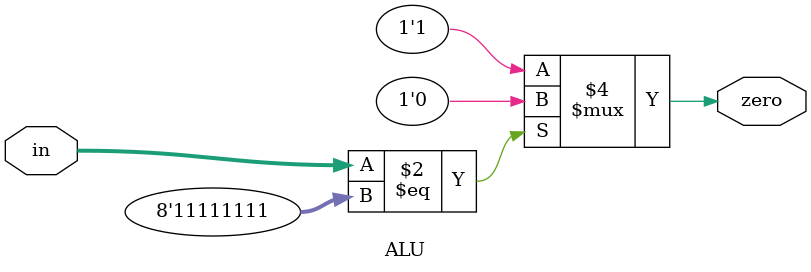
<source format=v>
`timescale 1ns / 1ns

module ALU(zero, in);

//-------------Input Ports-----------------------------
input wire [7:0] in;
//-------------Output Ports----------------------------
output reg zero; 	

//------------------Instructions-----------------------

always @(in)
begin
	if (in == 8'b11111111) begin
		zero = 0;
	end else begin
		zero = 1;
	end
end


endmodule

</source>
